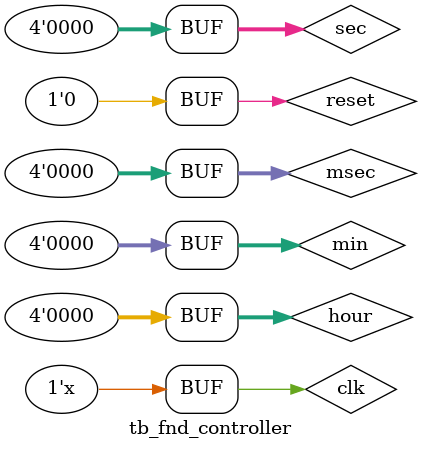
<source format=v>
`timescale 1ns / 1ps


module tb_fnd_controller ();
    reg clk;
    reg reset;
    reg hs_mod_sw;
    reg [3:0] msec;
    reg [3:0] sec;
    reg [3:0] min;
    reg [3:0] hour;
    wire [7:0] fnd_font;
    wire [3:0] fnd_comm;

    hnd_controller UUT (
        .clk(clk),
        .reset(reset),
        .hs_mod_sw(hs_mod_sw),
        .msec(msec),
        .sec(sec),
        .min(min),
        .hour(hour),
        .fnd_font(fnd_font),
        .fnd_comm(fnd_comm)
    );

    always #5 clk = ~clk;

    initial begin
        clk   = 0;
        reset = 1;
        msec  = 0;
        sec   = 0;
        min   = 0;
        hour  = 0;
        #10 reset = 0;
    end

endmodule

</source>
